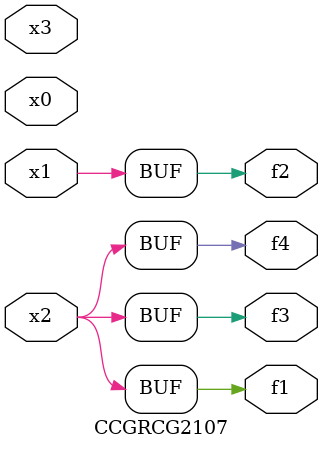
<source format=v>
module CCGRCG2107(
	input x0, x1, x2, x3,
	output f1, f2, f3, f4
);
	assign f1 = x2;
	assign f2 = x1;
	assign f3 = x2;
	assign f4 = x2;
endmodule

</source>
